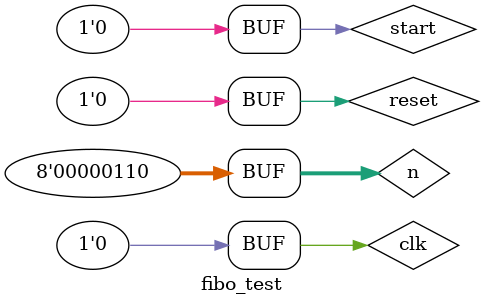
<source format=v>
`timescale 1ns / 1ps


module fibo_test;

	// Inputs
	reg [7:0] n;
	reg clk;
	reg reset;
	reg start;

	// Outputs
	wire [7:0] fibo;
	wire finished;

	// Instantiate the Unit Under Test (UUT)
	fibo uut (
		.n(n), 
		.clk(clk),
		.reset(reset),
		.start(start),
		.fibo(fibo),
		.finished(finished)
	);

	localparam T = 20;
	always
	begin
		clk = 1'b1;
		#(T/2);
		clk = 1'b0;
		#(T/2);
	end

	initial begin
		// Initialize Inputs
		n = 0;
		clk = 0;
		reset = 1;
		start = 0;
	
		// Wait 100 ns for global reset to finish
		#100;
      reset = 0;
		// Add stimulus here
		n = 6;
		start = 1;
		
		#100;
		start = 0;
		#100;
	end
      
endmodule


</source>
